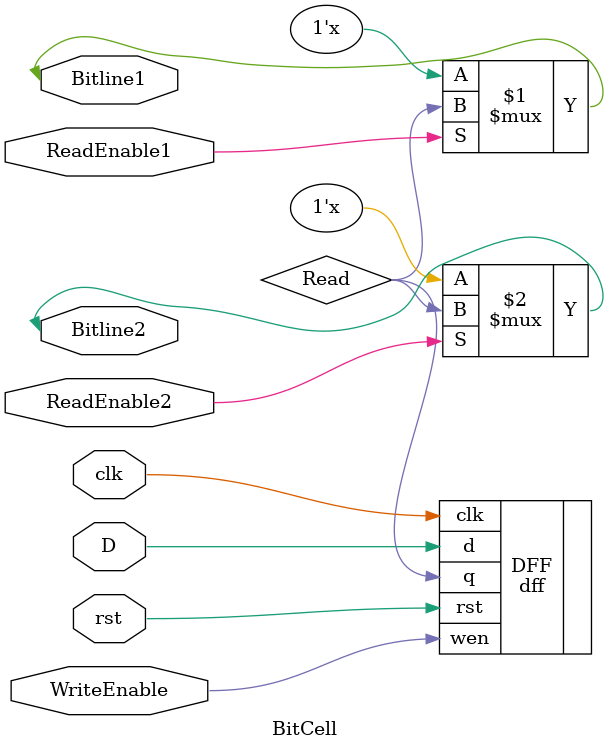
<source format=v>
module BitCell(clk, rst, D, WriteEnable, ReadEnable1, ReadEnable2, Bitline1, Bitline2);
    input clk, rst, D, WriteEnable, ReadEnable1, ReadEnable2;
    inout Bitline1, Bitline2;

    wire Read;


    dff DFF(.q(Read), .d(D), .wen(WriteEnable), .clk(clk), .rst(rst));

    //assign Bitline1 = ReadEnable1 ? (WriteEnable ? D : Read) : 1'bz;
    //assign Bitline2 = ReadEnable2 ? (WriteEnable ? D : Read ) : 1'bZ;
    assign Bitline1 = ReadEnable1 ? Read : 1'bz;
    assign Bitline2 = ReadEnable2 ? Read : 1'bZ;




endmodule

</source>
